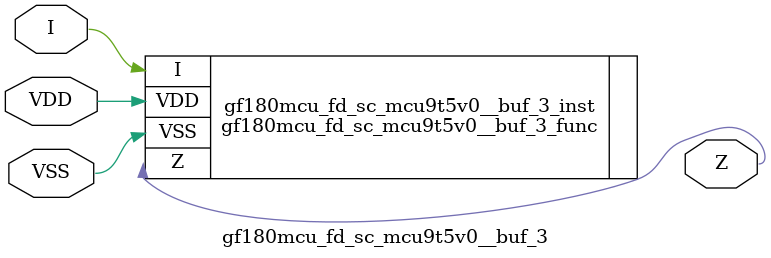
<source format=v>

module gf180mcu_fd_sc_mcu9t5v0__buf_3( I, Z, VDD, VSS );
input I;
inout VDD, VSS;
output Z;

   `ifdef FUNCTIONAL  //  functional //

	gf180mcu_fd_sc_mcu9t5v0__buf_3_func gf180mcu_fd_sc_mcu9t5v0__buf_3_behav_inst(.I(I),.Z(Z),.VDD(VDD),.VSS(VSS));

   `else

	gf180mcu_fd_sc_mcu9t5v0__buf_3_func gf180mcu_fd_sc_mcu9t5v0__buf_3_inst(.I(I),.Z(Z),.VDD(VDD),.VSS(VSS));

	// spec_gates_begin


	// spec_gates_end



   specify

	// specify_block_begin

	// comb arc I --> Z
	 (I => Z) = (1.0,1.0);

	// specify_block_end

   endspecify

   `endif

endmodule

</source>
